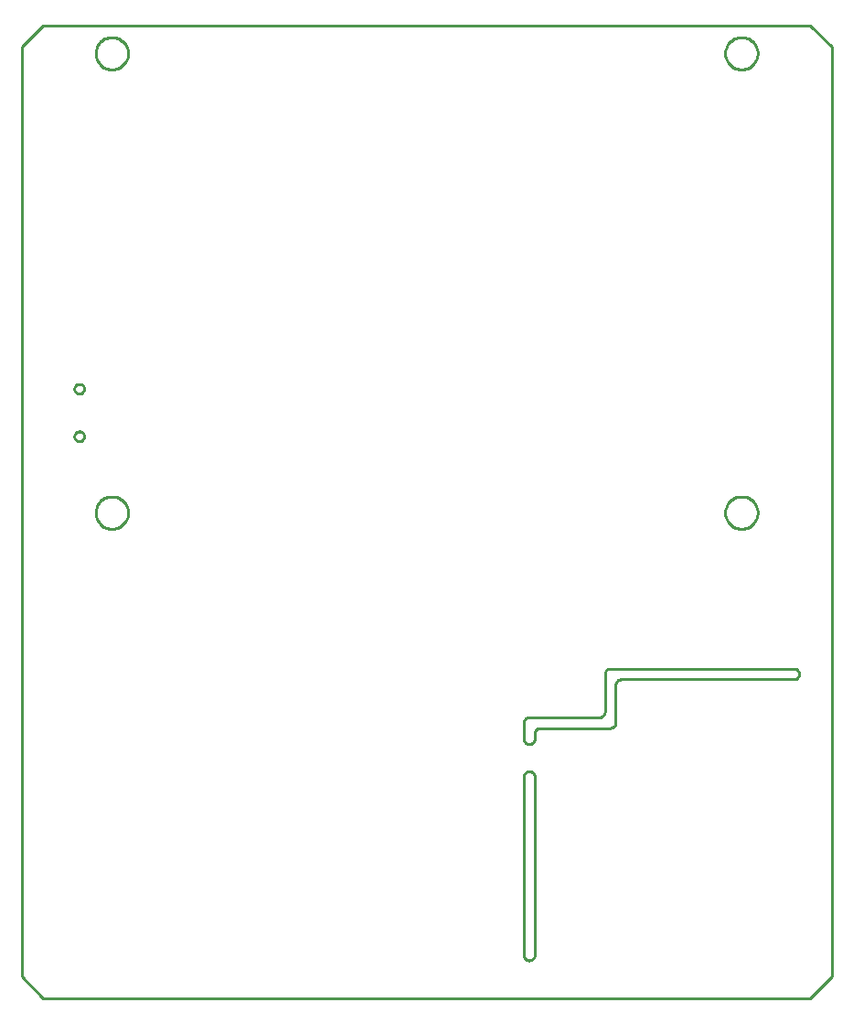
<source format=gbr>
G04 EAGLE Gerber RS-274X export*
G75*
%MOMM*%
%FSLAX34Y34*%
%LPD*%
%IN*%
%IPPOS*%
%AMOC8*
5,1,8,0,0,1.08239X$1,22.5*%
G01*
%ADD10C,0.254000*%


D10*
X0Y20000D02*
X20000Y0D01*
X730000Y0D01*
X750000Y20000D01*
X750000Y880000D01*
X730000Y900000D01*
X20000Y900000D01*
X0Y880000D01*
X0Y20000D01*
X465000Y240000D02*
X465019Y239564D01*
X465076Y239132D01*
X465170Y238706D01*
X465302Y238290D01*
X465468Y237887D01*
X465670Y237500D01*
X465904Y237132D01*
X466170Y236786D01*
X466464Y236464D01*
X466786Y236170D01*
X467132Y235904D01*
X467500Y235670D01*
X467887Y235468D01*
X468290Y235302D01*
X468706Y235170D01*
X469132Y235076D01*
X469564Y235019D01*
X470000Y235000D01*
X470436Y235019D01*
X470868Y235076D01*
X471294Y235170D01*
X471710Y235302D01*
X472113Y235468D01*
X472500Y235670D01*
X472868Y235904D01*
X473214Y236170D01*
X473536Y236464D01*
X473830Y236786D01*
X474096Y237132D01*
X474330Y237500D01*
X474532Y237887D01*
X474698Y238290D01*
X474830Y238706D01*
X474924Y239132D01*
X474981Y239564D01*
X475000Y240000D01*
X475000Y245000D01*
X475019Y245436D01*
X475076Y245868D01*
X475170Y246294D01*
X475302Y246710D01*
X475468Y247113D01*
X475670Y247500D01*
X475904Y247868D01*
X476170Y248214D01*
X476464Y248536D01*
X476786Y248830D01*
X477132Y249096D01*
X477500Y249330D01*
X477887Y249532D01*
X478290Y249698D01*
X478706Y249830D01*
X479132Y249924D01*
X479564Y249981D01*
X480000Y250000D01*
X545000Y250000D01*
X545436Y250019D01*
X545868Y250076D01*
X546294Y250170D01*
X546710Y250302D01*
X547113Y250468D01*
X547500Y250670D01*
X547868Y250904D01*
X548214Y251170D01*
X548536Y251464D01*
X548830Y251786D01*
X549096Y252132D01*
X549330Y252500D01*
X549532Y252887D01*
X549698Y253290D01*
X549830Y253706D01*
X549924Y254132D01*
X549981Y254564D01*
X550000Y255000D01*
X550000Y290000D01*
X550019Y290436D01*
X550076Y290868D01*
X550170Y291294D01*
X550302Y291710D01*
X550468Y292113D01*
X550670Y292500D01*
X550904Y292868D01*
X551170Y293214D01*
X551464Y293536D01*
X551786Y293830D01*
X552132Y294096D01*
X552500Y294330D01*
X552887Y294532D01*
X553290Y294698D01*
X553706Y294830D01*
X554132Y294924D01*
X554564Y294981D01*
X555000Y295000D01*
X715000Y295000D01*
X715436Y295019D01*
X715868Y295076D01*
X716294Y295170D01*
X716710Y295302D01*
X717113Y295468D01*
X717500Y295670D01*
X717868Y295904D01*
X718214Y296170D01*
X718536Y296464D01*
X718830Y296786D01*
X719096Y297132D01*
X719330Y297500D01*
X719532Y297887D01*
X719698Y298290D01*
X719830Y298706D01*
X719924Y299132D01*
X719981Y299564D01*
X720000Y300000D01*
X719981Y300436D01*
X719924Y300868D01*
X719830Y301294D01*
X719698Y301710D01*
X719532Y302113D01*
X719330Y302500D01*
X719096Y302868D01*
X718830Y303214D01*
X718536Y303536D01*
X718214Y303830D01*
X717868Y304096D01*
X717500Y304330D01*
X717113Y304532D01*
X716710Y304698D01*
X716294Y304830D01*
X715868Y304924D01*
X715436Y304981D01*
X715000Y305000D01*
X545000Y305000D01*
X544564Y304981D01*
X544132Y304924D01*
X543706Y304830D01*
X543290Y304698D01*
X542887Y304532D01*
X542500Y304330D01*
X542132Y304096D01*
X541786Y303830D01*
X541464Y303536D01*
X541170Y303214D01*
X540904Y302868D01*
X540670Y302500D01*
X540468Y302113D01*
X540302Y301710D01*
X540170Y301294D01*
X540076Y300868D01*
X540019Y300436D01*
X540000Y300000D01*
X540000Y265000D01*
X539981Y264564D01*
X539924Y264132D01*
X539830Y263706D01*
X539698Y263290D01*
X539532Y262887D01*
X539330Y262500D01*
X539096Y262132D01*
X538830Y261786D01*
X538536Y261464D01*
X538214Y261170D01*
X537868Y260904D01*
X537500Y260670D01*
X537113Y260468D01*
X536710Y260302D01*
X536294Y260170D01*
X535868Y260076D01*
X535436Y260019D01*
X535000Y260000D01*
X470000Y260000D01*
X469564Y259981D01*
X469132Y259924D01*
X468706Y259830D01*
X468290Y259698D01*
X467887Y259532D01*
X467500Y259330D01*
X467132Y259096D01*
X466786Y258830D01*
X466464Y258536D01*
X466170Y258214D01*
X465904Y257868D01*
X465670Y257500D01*
X465468Y257113D01*
X465302Y256710D01*
X465170Y256294D01*
X465076Y255868D01*
X465019Y255436D01*
X465000Y255000D01*
X465000Y240000D01*
X465000Y40000D02*
X465019Y39564D01*
X465076Y39132D01*
X465170Y38706D01*
X465302Y38290D01*
X465468Y37887D01*
X465670Y37500D01*
X465904Y37132D01*
X466170Y36786D01*
X466464Y36464D01*
X466786Y36170D01*
X467132Y35904D01*
X467500Y35670D01*
X467887Y35468D01*
X468290Y35302D01*
X468706Y35170D01*
X469132Y35076D01*
X469564Y35019D01*
X470000Y35000D01*
X470436Y35019D01*
X470868Y35076D01*
X471294Y35170D01*
X471710Y35302D01*
X472113Y35468D01*
X472500Y35670D01*
X472868Y35904D01*
X473214Y36170D01*
X473536Y36464D01*
X473830Y36786D01*
X474096Y37132D01*
X474330Y37500D01*
X474532Y37887D01*
X474698Y38290D01*
X474830Y38706D01*
X474924Y39132D01*
X474981Y39564D01*
X475000Y40000D01*
X475000Y205000D01*
X474981Y205436D01*
X474924Y205868D01*
X474830Y206294D01*
X474698Y206710D01*
X474532Y207113D01*
X474330Y207500D01*
X474096Y207868D01*
X473830Y208214D01*
X473536Y208536D01*
X473214Y208830D01*
X472868Y209096D01*
X472500Y209330D01*
X472113Y209532D01*
X471710Y209698D01*
X471294Y209830D01*
X470868Y209924D01*
X470436Y209981D01*
X470000Y210000D01*
X469564Y209981D01*
X469132Y209924D01*
X468706Y209830D01*
X468290Y209698D01*
X467887Y209532D01*
X467500Y209330D01*
X467132Y209096D01*
X466786Y208830D01*
X466464Y208536D01*
X466170Y208214D01*
X465904Y207868D01*
X465670Y207500D01*
X465468Y207113D01*
X465302Y206710D01*
X465170Y206294D01*
X465076Y205868D01*
X465019Y205436D01*
X465000Y205000D01*
X465000Y40000D01*
X651500Y448664D02*
X651576Y447596D01*
X651729Y446535D01*
X651957Y445488D01*
X652259Y444460D01*
X652633Y443456D01*
X653078Y442481D01*
X653592Y441541D01*
X654171Y440640D01*
X654813Y439782D01*
X655515Y438972D01*
X656272Y438215D01*
X657082Y437513D01*
X657940Y436871D01*
X658841Y436292D01*
X659781Y435778D01*
X660756Y435333D01*
X661760Y434959D01*
X662788Y434657D01*
X663835Y434429D01*
X664896Y434276D01*
X665964Y434200D01*
X667036Y434200D01*
X668104Y434276D01*
X669165Y434429D01*
X670212Y434657D01*
X671240Y434959D01*
X672244Y435333D01*
X673219Y435778D01*
X674159Y436292D01*
X675060Y436871D01*
X675918Y437513D01*
X676728Y438215D01*
X677485Y438972D01*
X678187Y439782D01*
X678829Y440640D01*
X679408Y441541D01*
X679922Y442481D01*
X680367Y443456D01*
X680741Y444460D01*
X681043Y445488D01*
X681271Y446535D01*
X681424Y447596D01*
X681500Y448664D01*
X681500Y449736D01*
X681424Y450804D01*
X681271Y451865D01*
X681043Y452912D01*
X680741Y453940D01*
X680367Y454944D01*
X679922Y455919D01*
X679408Y456859D01*
X678829Y457760D01*
X678187Y458618D01*
X677485Y459428D01*
X676728Y460185D01*
X675918Y460887D01*
X675060Y461529D01*
X674159Y462108D01*
X673219Y462622D01*
X672244Y463067D01*
X671240Y463441D01*
X670212Y463743D01*
X669165Y463971D01*
X668104Y464124D01*
X667036Y464200D01*
X665964Y464200D01*
X664896Y464124D01*
X663835Y463971D01*
X662788Y463743D01*
X661760Y463441D01*
X660756Y463067D01*
X659781Y462622D01*
X658841Y462108D01*
X657940Y461529D01*
X657082Y460887D01*
X656272Y460185D01*
X655515Y459428D01*
X654813Y458618D01*
X654171Y457760D01*
X653592Y456859D01*
X653078Y455919D01*
X652633Y454944D01*
X652259Y453940D01*
X651957Y452912D01*
X651729Y451865D01*
X651576Y450804D01*
X651500Y449736D01*
X651500Y448664D01*
X651500Y873664D02*
X651576Y872596D01*
X651729Y871535D01*
X651957Y870488D01*
X652259Y869460D01*
X652633Y868456D01*
X653078Y867481D01*
X653592Y866541D01*
X654171Y865640D01*
X654813Y864782D01*
X655515Y863972D01*
X656272Y863215D01*
X657082Y862513D01*
X657940Y861871D01*
X658841Y861292D01*
X659781Y860778D01*
X660756Y860333D01*
X661760Y859959D01*
X662788Y859657D01*
X663835Y859429D01*
X664896Y859276D01*
X665964Y859200D01*
X667036Y859200D01*
X668104Y859276D01*
X669165Y859429D01*
X670212Y859657D01*
X671240Y859959D01*
X672244Y860333D01*
X673219Y860778D01*
X674159Y861292D01*
X675060Y861871D01*
X675918Y862513D01*
X676728Y863215D01*
X677485Y863972D01*
X678187Y864782D01*
X678829Y865640D01*
X679408Y866541D01*
X679922Y867481D01*
X680367Y868456D01*
X680741Y869460D01*
X681043Y870488D01*
X681271Y871535D01*
X681424Y872596D01*
X681500Y873664D01*
X681500Y874736D01*
X681424Y875804D01*
X681271Y876865D01*
X681043Y877912D01*
X680741Y878940D01*
X680367Y879944D01*
X679922Y880919D01*
X679408Y881859D01*
X678829Y882760D01*
X678187Y883618D01*
X677485Y884428D01*
X676728Y885185D01*
X675918Y885887D01*
X675060Y886529D01*
X674159Y887108D01*
X673219Y887622D01*
X672244Y888067D01*
X671240Y888441D01*
X670212Y888743D01*
X669165Y888971D01*
X668104Y889124D01*
X667036Y889200D01*
X665964Y889200D01*
X664896Y889124D01*
X663835Y888971D01*
X662788Y888743D01*
X661760Y888441D01*
X660756Y888067D01*
X659781Y887622D01*
X658841Y887108D01*
X657940Y886529D01*
X657082Y885887D01*
X656272Y885185D01*
X655515Y884428D01*
X654813Y883618D01*
X654171Y882760D01*
X653592Y881859D01*
X653078Y880919D01*
X652633Y879944D01*
X652259Y878940D01*
X651957Y877912D01*
X651729Y876865D01*
X651576Y875804D01*
X651500Y874736D01*
X651500Y873664D01*
X68500Y873664D02*
X68576Y872596D01*
X68729Y871535D01*
X68957Y870488D01*
X69259Y869460D01*
X69633Y868456D01*
X70078Y867481D01*
X70592Y866541D01*
X71171Y865640D01*
X71813Y864782D01*
X72515Y863972D01*
X73272Y863215D01*
X74082Y862513D01*
X74940Y861871D01*
X75841Y861292D01*
X76781Y860778D01*
X77756Y860333D01*
X78760Y859959D01*
X79788Y859657D01*
X80835Y859429D01*
X81896Y859276D01*
X82964Y859200D01*
X84036Y859200D01*
X85104Y859276D01*
X86165Y859429D01*
X87212Y859657D01*
X88240Y859959D01*
X89244Y860333D01*
X90219Y860778D01*
X91159Y861292D01*
X92060Y861871D01*
X92918Y862513D01*
X93728Y863215D01*
X94485Y863972D01*
X95187Y864782D01*
X95829Y865640D01*
X96408Y866541D01*
X96922Y867481D01*
X97367Y868456D01*
X97741Y869460D01*
X98043Y870488D01*
X98271Y871535D01*
X98424Y872596D01*
X98500Y873664D01*
X98500Y874736D01*
X98424Y875804D01*
X98271Y876865D01*
X98043Y877912D01*
X97741Y878940D01*
X97367Y879944D01*
X96922Y880919D01*
X96408Y881859D01*
X95829Y882760D01*
X95187Y883618D01*
X94485Y884428D01*
X93728Y885185D01*
X92918Y885887D01*
X92060Y886529D01*
X91159Y887108D01*
X90219Y887622D01*
X89244Y888067D01*
X88240Y888441D01*
X87212Y888743D01*
X86165Y888971D01*
X85104Y889124D01*
X84036Y889200D01*
X82964Y889200D01*
X81896Y889124D01*
X80835Y888971D01*
X79788Y888743D01*
X78760Y888441D01*
X77756Y888067D01*
X76781Y887622D01*
X75841Y887108D01*
X74940Y886529D01*
X74082Y885887D01*
X73272Y885185D01*
X72515Y884428D01*
X71813Y883618D01*
X71171Y882760D01*
X70592Y881859D01*
X70078Y880919D01*
X69633Y879944D01*
X69259Y878940D01*
X68957Y877912D01*
X68729Y876865D01*
X68576Y875804D01*
X68500Y874736D01*
X68500Y873664D01*
X68500Y448664D02*
X68576Y447596D01*
X68729Y446535D01*
X68957Y445488D01*
X69259Y444460D01*
X69633Y443456D01*
X70078Y442481D01*
X70592Y441541D01*
X71171Y440640D01*
X71813Y439782D01*
X72515Y438972D01*
X73272Y438215D01*
X74082Y437513D01*
X74940Y436871D01*
X75841Y436292D01*
X76781Y435778D01*
X77756Y435333D01*
X78760Y434959D01*
X79788Y434657D01*
X80835Y434429D01*
X81896Y434276D01*
X82964Y434200D01*
X84036Y434200D01*
X85104Y434276D01*
X86165Y434429D01*
X87212Y434657D01*
X88240Y434959D01*
X89244Y435333D01*
X90219Y435778D01*
X91159Y436292D01*
X92060Y436871D01*
X92918Y437513D01*
X93728Y438215D01*
X94485Y438972D01*
X95187Y439782D01*
X95829Y440640D01*
X96408Y441541D01*
X96922Y442481D01*
X97367Y443456D01*
X97741Y444460D01*
X98043Y445488D01*
X98271Y446535D01*
X98424Y447596D01*
X98500Y448664D01*
X98500Y449736D01*
X98424Y450804D01*
X98271Y451865D01*
X98043Y452912D01*
X97741Y453940D01*
X97367Y454944D01*
X96922Y455919D01*
X96408Y456859D01*
X95829Y457760D01*
X95187Y458618D01*
X94485Y459428D01*
X93728Y460185D01*
X92918Y460887D01*
X92060Y461529D01*
X91159Y462108D01*
X90219Y462622D01*
X89244Y463067D01*
X88240Y463441D01*
X87212Y463743D01*
X86165Y463971D01*
X85104Y464124D01*
X84036Y464200D01*
X82964Y464200D01*
X81896Y464124D01*
X80835Y463971D01*
X79788Y463743D01*
X78760Y463441D01*
X77756Y463067D01*
X76781Y462622D01*
X75841Y462108D01*
X74940Y461529D01*
X74082Y460887D01*
X73272Y460185D01*
X72515Y459428D01*
X71813Y458618D01*
X71171Y457760D01*
X70592Y456859D01*
X70078Y455919D01*
X69633Y454944D01*
X69259Y453940D01*
X68957Y452912D01*
X68729Y451865D01*
X68576Y450804D01*
X68500Y449736D01*
X68500Y448664D01*
X57800Y563605D02*
X57723Y563020D01*
X57570Y562450D01*
X57345Y561905D01*
X57050Y561395D01*
X56691Y560927D01*
X56273Y560509D01*
X55805Y560150D01*
X55295Y559855D01*
X54750Y559630D01*
X54180Y559477D01*
X53595Y559400D01*
X53005Y559400D01*
X52420Y559477D01*
X51850Y559630D01*
X51305Y559855D01*
X50795Y560150D01*
X50327Y560509D01*
X49909Y560927D01*
X49550Y561395D01*
X49255Y561905D01*
X49030Y562450D01*
X48877Y563020D01*
X48800Y563605D01*
X48800Y564195D01*
X48877Y564780D01*
X49030Y565350D01*
X49255Y565895D01*
X49550Y566405D01*
X49909Y566873D01*
X50327Y567291D01*
X50795Y567650D01*
X51305Y567945D01*
X51850Y568170D01*
X52420Y568323D01*
X53005Y568400D01*
X53595Y568400D01*
X54180Y568323D01*
X54750Y568170D01*
X55295Y567945D01*
X55805Y567650D01*
X56273Y567291D01*
X56691Y566873D01*
X57050Y566405D01*
X57345Y565895D01*
X57570Y565350D01*
X57723Y564780D01*
X57800Y564195D01*
X57800Y563605D01*
X57800Y519605D02*
X57723Y519020D01*
X57570Y518450D01*
X57345Y517905D01*
X57050Y517395D01*
X56691Y516927D01*
X56273Y516509D01*
X55805Y516150D01*
X55295Y515855D01*
X54750Y515630D01*
X54180Y515477D01*
X53595Y515400D01*
X53005Y515400D01*
X52420Y515477D01*
X51850Y515630D01*
X51305Y515855D01*
X50795Y516150D01*
X50327Y516509D01*
X49909Y516927D01*
X49550Y517395D01*
X49255Y517905D01*
X49030Y518450D01*
X48877Y519020D01*
X48800Y519605D01*
X48800Y520195D01*
X48877Y520780D01*
X49030Y521350D01*
X49255Y521895D01*
X49550Y522405D01*
X49909Y522873D01*
X50327Y523291D01*
X50795Y523650D01*
X51305Y523945D01*
X51850Y524170D01*
X52420Y524323D01*
X53005Y524400D01*
X53595Y524400D01*
X54180Y524323D01*
X54750Y524170D01*
X55295Y523945D01*
X55805Y523650D01*
X56273Y523291D01*
X56691Y522873D01*
X57050Y522405D01*
X57345Y521895D01*
X57570Y521350D01*
X57723Y520780D01*
X57800Y520195D01*
X57800Y519605D01*
M02*

</source>
